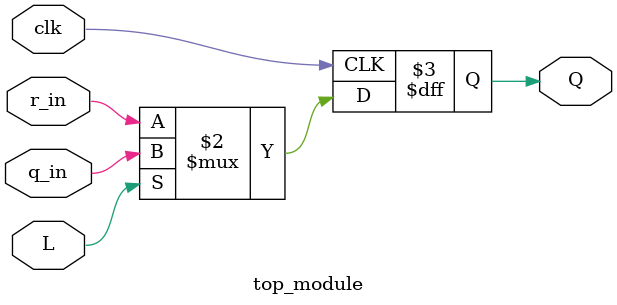
<source format=v>
/*

Implement one stage of the following circuit

https://hdlbits.01xz.net/wiki/File:Mt2015_muxdff.png


*/



module top_module (
	input clk,
	input L,
	input r_in,
	input q_in,
	output reg Q);

    always @(posedge clk) begin
        Q <= (L) ? q_in : r_in;
    
    end

endmodule
</source>
